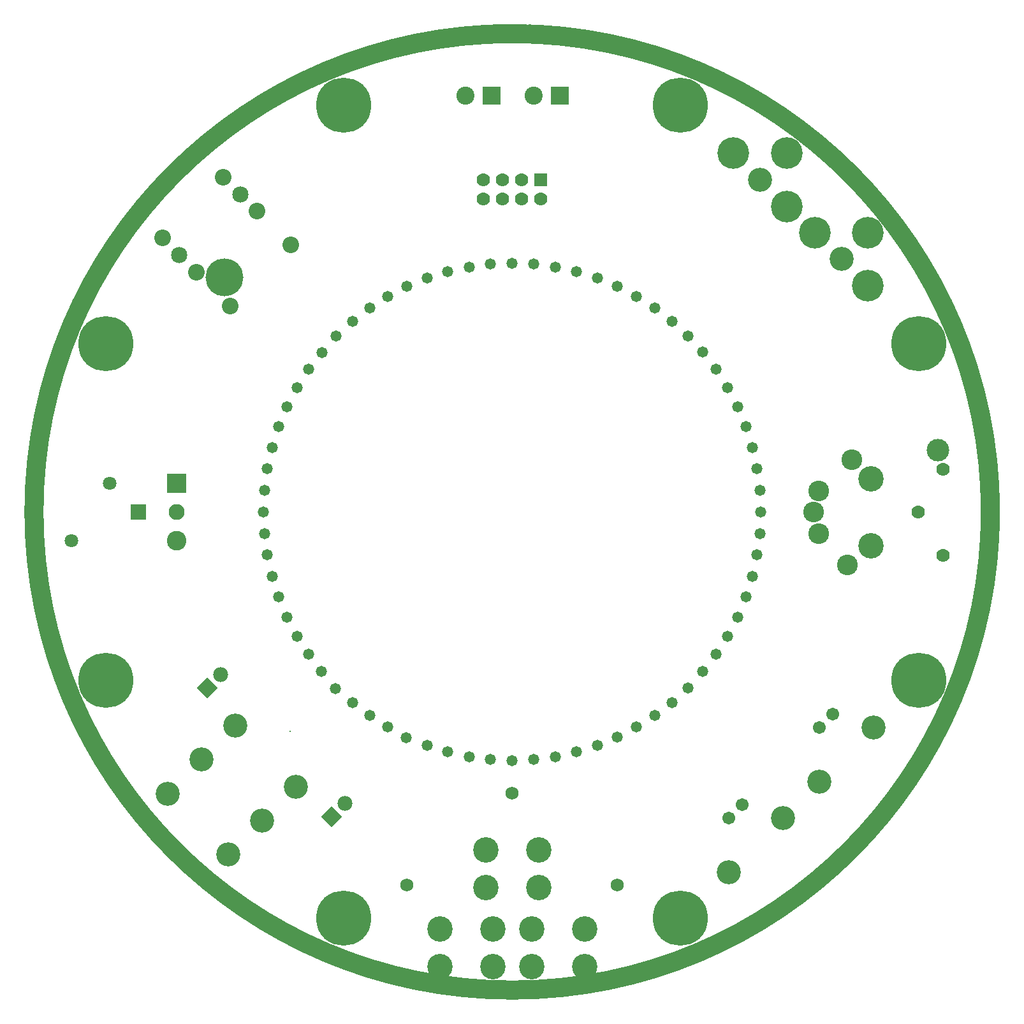
<source format=gbs>
G04*
G04 #@! TF.GenerationSoftware,Altium Limited,Altium Designer,20.2.6 (244)*
G04*
G04 Layer_Color=8150272*
%FSLAX25Y25*%
%MOIN*%
G70*
G04*
G04 #@! TF.SameCoordinates,0B2D2C80-7AF4-4F1A-9CF9-E7062EFAC0B4*
G04*
G04*
G04 #@! TF.FilePolarity,Negative*
G04*
G01*
G75*
%ADD10C,0.10000*%
%ADD23C,0.10800*%
%ADD24C,0.13300*%
%ADD25C,0.07000*%
%ADD26C,0.11800*%
%ADD27C,0.07800*%
%ADD28P,0.11031X4X90.0*%
%ADD29C,0.03800*%
%ADD30C,0.28800*%
%ADD31C,0.06800*%
%ADD32C,0.09461*%
%ADD33R,0.09461X0.09461*%
%ADD34C,0.16548*%
%ADD35C,0.12611*%
%ADD36C,0.08300*%
%ADD37C,0.10250*%
%ADD38R,0.10250X0.10250*%
%ADD39R,0.08300X0.08300*%
%ADD40C,0.07100*%
%ADD41C,0.06706*%
%ADD42C,0.00800*%
%ADD43C,0.08500*%
%ADD44C,0.08674*%
%ADD45C,0.19800*%
%ADD46R,0.07000X0.07000*%
%ADD47C,0.05800*%
D10*
X0Y250000D02*
G03*
X-250000Y0I0J-250000D01*
G01*
X250000D02*
G03*
X0Y250000I-250000J0D01*
G01*
Y-250000D02*
G03*
X250000Y0I0J250000D01*
G01*
X-250000D02*
G03*
X0Y-250000I250000J0D01*
G01*
D23*
X160200Y11050D02*
D03*
X160200Y-11450D02*
D03*
X157700Y-200D02*
D03*
X175200Y-27700D02*
D03*
X177700Y27300D02*
D03*
D24*
X187700Y-17700D02*
D03*
X187700Y17300D02*
D03*
X10200Y-237850D02*
D03*
X37800D02*
D03*
Y-218150D02*
D03*
X10200D02*
D03*
X-13800Y-196350D02*
D03*
X13800D02*
D03*
X13800Y-176650D02*
D03*
X-13800D02*
D03*
X-37800Y-237850D02*
D03*
X-10200D02*
D03*
Y-218150D02*
D03*
X-37800D02*
D03*
D25*
X212200Y-200D02*
D03*
X225200Y-22700D02*
D03*
X225200Y22300D02*
D03*
X-15000Y163500D02*
D03*
X-15000Y173500D02*
D03*
X-5000Y163500D02*
D03*
X-5000Y173500D02*
D03*
X5000Y163500D02*
D03*
X5000Y173500D02*
D03*
X15000Y163500D02*
D03*
D26*
X222700Y32300D02*
D03*
D27*
X-152500Y-85000D02*
D03*
X-87500Y-152500D02*
D03*
D28*
X-159571Y-92071D02*
D03*
X-94571Y-159571D02*
D03*
D29*
X95583Y220058D02*
D03*
X80451Y204926D02*
D03*
X97903Y216587D02*
D03*
X78132Y208398D02*
D03*
X98717Y212492D02*
D03*
X77317Y212492D02*
D03*
X97903Y208398D02*
D03*
X78132Y216587D02*
D03*
X95583Y204926D02*
D03*
X80451Y220058D02*
D03*
X92112Y202607D02*
D03*
X83922Y222378D02*
D03*
X88017Y201792D02*
D03*
X88017Y223192D02*
D03*
X92112Y222378D02*
D03*
X83922Y202607D02*
D03*
X-88017Y223192D02*
D03*
X-88017Y201792D02*
D03*
X-83922Y222378D02*
D03*
X-92112Y202607D02*
D03*
X-80451Y220058D02*
D03*
X-95583Y204926D02*
D03*
X-78132Y216587D02*
D03*
X-97903Y208398D02*
D03*
X-77317Y212492D02*
D03*
X-98717Y212492D02*
D03*
X-78132Y208398D02*
D03*
X-97903Y216587D02*
D03*
X-80451Y204926D02*
D03*
X-95583Y220058D02*
D03*
X-92112Y222378D02*
D03*
X-83922Y202607D02*
D03*
X-95583Y-220058D02*
D03*
X-80451Y-204926D02*
D03*
X-97903Y-216587D02*
D03*
X-78132Y-208398D02*
D03*
X-98717Y-212492D02*
D03*
X-77317D02*
D03*
X-97903Y-208398D02*
D03*
X-78132Y-216587D02*
D03*
X-95583Y-204926D02*
D03*
X-80451Y-220058D02*
D03*
X-92112Y-202607D02*
D03*
X-83922Y-222378D02*
D03*
X-88017Y-201792D02*
D03*
Y-223192D02*
D03*
X-92112Y-222378D02*
D03*
X-83922Y-202607D02*
D03*
X88017Y-223192D02*
D03*
Y-201792D02*
D03*
X83922Y-222378D02*
D03*
X92112Y-202607D02*
D03*
X80451Y-220058D02*
D03*
X95583Y-204926D02*
D03*
X78132Y-216587D02*
D03*
X97903Y-208398D02*
D03*
X77317Y-212492D02*
D03*
X98717D02*
D03*
X78132Y-208398D02*
D03*
X97903Y-216587D02*
D03*
X80451Y-204926D02*
D03*
X95583Y-220058D02*
D03*
X92112Y-222378D02*
D03*
X83922Y-202607D02*
D03*
X-220058Y95583D02*
D03*
X-204926Y80451D02*
D03*
X-216587Y97903D02*
D03*
X-208398Y78132D02*
D03*
X-212492Y98717D02*
D03*
Y77317D02*
D03*
X-208398Y97903D02*
D03*
X-216587Y78132D02*
D03*
X-204926Y95583D02*
D03*
X-220058Y80451D02*
D03*
X-202607Y92112D02*
D03*
X-222378Y83922D02*
D03*
X-201792Y88017D02*
D03*
X-223192D02*
D03*
X-222378Y92112D02*
D03*
X-202607Y83922D02*
D03*
X223152Y88944D02*
D03*
X201833Y87091D02*
D03*
X222695Y84794D02*
D03*
X202289Y91241D02*
D03*
X220685Y81134D02*
D03*
X204300Y94900D02*
D03*
X217427Y78523D02*
D03*
X207557Y97511D02*
D03*
X213419Y77357D02*
D03*
X211566Y98677D02*
D03*
X209269Y77814D02*
D03*
X215716Y98220D02*
D03*
X205610Y79825D02*
D03*
X219375Y96210D02*
D03*
X221986Y92952D02*
D03*
X202998Y83082D02*
D03*
X220058Y-95583D02*
D03*
X204926Y-80451D02*
D03*
X216587Y-97903D02*
D03*
X208398Y-78132D02*
D03*
X212492Y-98717D02*
D03*
X212492Y-77317D02*
D03*
X208398Y-97903D02*
D03*
X216587Y-78132D02*
D03*
X204926Y-95583D02*
D03*
X220058Y-80451D02*
D03*
X202607Y-92112D02*
D03*
X222378Y-83922D02*
D03*
X201792Y-88017D02*
D03*
X223192Y-88017D02*
D03*
X222378Y-92112D02*
D03*
X202607Y-83922D02*
D03*
X-223192Y-88017D02*
D03*
X-201792D02*
D03*
X-222378Y-83922D02*
D03*
X-202607Y-92112D02*
D03*
X-220058Y-80451D02*
D03*
X-204926Y-95583D02*
D03*
X-216587Y-78132D02*
D03*
X-208398Y-97903D02*
D03*
X-212492Y-77317D02*
D03*
Y-98717D02*
D03*
X-208398Y-78132D02*
D03*
X-216587Y-97903D02*
D03*
X-204926Y-80451D02*
D03*
X-220058Y-95583D02*
D03*
X-222378Y-92112D02*
D03*
X-202607Y-83922D02*
D03*
D30*
X88017Y212492D02*
D03*
X-88017D02*
D03*
Y-212492D02*
D03*
X88017D02*
D03*
X-212492Y88017D02*
D03*
X212492D02*
D03*
Y-88017D02*
D03*
X-212492D02*
D03*
D31*
X0Y-147000D02*
D03*
X55000Y-195000D02*
D03*
X-55000D02*
D03*
D32*
X-24390Y217500D02*
D03*
X11220Y217500D02*
D03*
D33*
X-10610D02*
D03*
X25000D02*
D03*
D34*
X143500Y159661D02*
D03*
X143500Y187500D02*
D03*
X115661Y187500D02*
D03*
X158161Y146000D02*
D03*
X186000Y146000D02*
D03*
X186000Y118161D02*
D03*
D35*
X129581Y173581D02*
D03*
X113216Y-188284D02*
D03*
X141500Y-160000D02*
D03*
X160500Y-141000D02*
D03*
X188784Y-112716D02*
D03*
X-144735Y-111899D02*
D03*
X-162413Y-129577D02*
D03*
X-180090Y-147254D02*
D03*
X-148354Y-178990D02*
D03*
X-130677Y-161313D02*
D03*
X-112999Y-143635D02*
D03*
X172081Y132081D02*
D03*
D36*
X-175500Y-0D02*
D03*
D37*
X-175500Y-15000D02*
D03*
D38*
X-175500Y15000D02*
D03*
D39*
X-195500Y0D02*
D03*
D40*
X-230500Y-15000D02*
D03*
X-210500Y15000D02*
D03*
D41*
X113216Y-160000D02*
D03*
X120287Y-152929D02*
D03*
X160500Y-112716D02*
D03*
X167571Y-105645D02*
D03*
D42*
X-115978Y-114878D02*
D03*
D43*
X-174002Y134182D02*
D03*
X-142182Y166001D02*
D03*
D44*
X-147555Y107735D02*
D03*
X-115735Y139555D02*
D03*
X-151090Y174910D02*
D03*
X-182910Y143090D02*
D03*
X-165232Y125412D02*
D03*
X-133412Y157232D02*
D03*
D45*
X-150394Y122434D02*
D03*
D46*
X15000Y173500D02*
D03*
D47*
X117820Y-54940D02*
D03*
X122160Y-44463D02*
D03*
X129505Y-11330D02*
D03*
X130000Y0D02*
D03*
X125570Y-33647D02*
D03*
X128025Y-22574D02*
D03*
X112583Y-65000D02*
D03*
X129505Y11330D02*
D03*
X91924Y-91924D02*
D03*
X83562Y-99586D02*
D03*
X99586Y-83562D02*
D03*
X-44463Y-122160D02*
D03*
X-55386Y-118075D02*
D03*
X-65000Y-112583D02*
D03*
X-129505Y-11330D02*
D03*
X-128025Y-22574D02*
D03*
X-125570Y-33647D02*
D03*
X-122160Y-44463D02*
D03*
X-117820Y-54940D02*
D03*
X-112583Y-65000D02*
D03*
X-106490Y-74565D02*
D03*
X-99586Y-83562D02*
D03*
X-92267Y-92572D02*
D03*
X-83562Y-99586D02*
D03*
X-74565Y-106490D02*
D03*
X-33647Y-125570D02*
D03*
X-22574Y-128025D02*
D03*
X-11330Y-129505D02*
D03*
X0Y-130000D02*
D03*
X11330Y-129505D02*
D03*
X22574Y-128025D02*
D03*
X33647Y-125570D02*
D03*
X44463Y-122160D02*
D03*
X54940Y-117820D02*
D03*
X65000Y-112583D02*
D03*
X74565Y-106490D02*
D03*
X106490Y-74565D02*
D03*
X128025Y22574D02*
D03*
X125570Y33647D02*
D03*
X122160Y44463D02*
D03*
X117820Y54940D02*
D03*
X112583Y65000D02*
D03*
X106490Y74565D02*
D03*
X99586Y83562D02*
D03*
X91924Y91924D02*
D03*
X83562Y99586D02*
D03*
X74565Y106490D02*
D03*
X65000Y112583D02*
D03*
X54940Y117820D02*
D03*
X44463Y122160D02*
D03*
X33647Y125570D02*
D03*
X22574Y128025D02*
D03*
X11330Y129505D02*
D03*
X0Y130000D02*
D03*
X-11330Y129505D02*
D03*
X-22574Y128025D02*
D03*
X-33647Y125570D02*
D03*
X-44463Y122160D02*
D03*
X-54940Y117820D02*
D03*
X-65000Y112583D02*
D03*
X-74565Y106490D02*
D03*
X-83562Y99586D02*
D03*
X-130000Y0D02*
D03*
X-91924Y91924D02*
D03*
X-99317Y83316D02*
D03*
X-106490Y74565D02*
D03*
X-112583Y65000D02*
D03*
X-117820Y54940D02*
D03*
X-122160Y44463D02*
D03*
X-125570Y33647D02*
D03*
X-128025Y22574D02*
D03*
X-129505Y11330D02*
D03*
M02*

</source>
